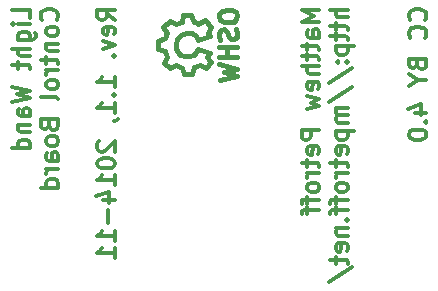
<source format=gbo>
%FSLAX46Y46*%
G04 Gerber Fmt 4.6, Leading zero omitted, Abs format (unit mm)*
G04 Created by KiCad (PCBNEW (2014-08-05 BZR 5054)-product) date Wed 12 Nov 2014 18:29:59 EST*
%MOMM*%
G01*
G04 APERTURE LIST*
%ADD10C,0.100000*%
%ADD11C,0.300000*%
%ADD12C,0.381000*%
G04 APERTURE END LIST*
D10*
D11*
X196623714Y-106624286D02*
X196695143Y-106552857D01*
X196766571Y-106338571D01*
X196766571Y-106195714D01*
X196695143Y-105981429D01*
X196552286Y-105838571D01*
X196409429Y-105767143D01*
X196123714Y-105695714D01*
X195909429Y-105695714D01*
X195623714Y-105767143D01*
X195480857Y-105838571D01*
X195338000Y-105981429D01*
X195266571Y-106195714D01*
X195266571Y-106338571D01*
X195338000Y-106552857D01*
X195409429Y-106624286D01*
X196623714Y-108124286D02*
X196695143Y-108052857D01*
X196766571Y-107838571D01*
X196766571Y-107695714D01*
X196695143Y-107481429D01*
X196552286Y-107338571D01*
X196409429Y-107267143D01*
X196123714Y-107195714D01*
X195909429Y-107195714D01*
X195623714Y-107267143D01*
X195480857Y-107338571D01*
X195338000Y-107481429D01*
X195266571Y-107695714D01*
X195266571Y-107838571D01*
X195338000Y-108052857D01*
X195409429Y-108124286D01*
X195980857Y-110410000D02*
X196052286Y-110624286D01*
X196123714Y-110695714D01*
X196266571Y-110767143D01*
X196480857Y-110767143D01*
X196623714Y-110695714D01*
X196695143Y-110624286D01*
X196766571Y-110481428D01*
X196766571Y-109910000D01*
X195266571Y-109910000D01*
X195266571Y-110410000D01*
X195338000Y-110552857D01*
X195409429Y-110624286D01*
X195552286Y-110695714D01*
X195695143Y-110695714D01*
X195838000Y-110624286D01*
X195909429Y-110552857D01*
X195980857Y-110410000D01*
X195980857Y-109910000D01*
X196052286Y-111695714D02*
X196766571Y-111695714D01*
X195266571Y-111195714D02*
X196052286Y-111695714D01*
X195266571Y-112195714D01*
X195766571Y-114481428D02*
X196766571Y-114481428D01*
X195195143Y-114124285D02*
X196266571Y-113767142D01*
X196266571Y-114695714D01*
X196623714Y-115267142D02*
X196695143Y-115338570D01*
X196766571Y-115267142D01*
X196695143Y-115195713D01*
X196623714Y-115267142D01*
X196766571Y-115267142D01*
X195266571Y-116267142D02*
X195266571Y-116409999D01*
X195338000Y-116552856D01*
X195409429Y-116624285D01*
X195552286Y-116695714D01*
X195838000Y-116767142D01*
X196195143Y-116767142D01*
X196480857Y-116695714D01*
X196623714Y-116624285D01*
X196695143Y-116552856D01*
X196766571Y-116409999D01*
X196766571Y-116267142D01*
X196695143Y-116124285D01*
X196623714Y-116052856D01*
X196480857Y-115981428D01*
X196195143Y-115909999D01*
X195838000Y-115909999D01*
X195552286Y-115981428D01*
X195409429Y-116052856D01*
X195338000Y-116124285D01*
X195266571Y-116267142D01*
X187692571Y-105767143D02*
X186192571Y-105767143D01*
X187264000Y-106267143D01*
X186192571Y-106767143D01*
X187692571Y-106767143D01*
X187692571Y-108124286D02*
X186906857Y-108124286D01*
X186764000Y-108052857D01*
X186692571Y-107910000D01*
X186692571Y-107624286D01*
X186764000Y-107481429D01*
X187621143Y-108124286D02*
X187692571Y-107981429D01*
X187692571Y-107624286D01*
X187621143Y-107481429D01*
X187478286Y-107410000D01*
X187335429Y-107410000D01*
X187192571Y-107481429D01*
X187121143Y-107624286D01*
X187121143Y-107981429D01*
X187049714Y-108124286D01*
X186692571Y-108624286D02*
X186692571Y-109195715D01*
X186192571Y-108838572D02*
X187478286Y-108838572D01*
X187621143Y-108910000D01*
X187692571Y-109052858D01*
X187692571Y-109195715D01*
X186692571Y-109481429D02*
X186692571Y-110052858D01*
X186192571Y-109695715D02*
X187478286Y-109695715D01*
X187621143Y-109767143D01*
X187692571Y-109910001D01*
X187692571Y-110052858D01*
X187692571Y-110552858D02*
X186192571Y-110552858D01*
X187692571Y-111195715D02*
X186906857Y-111195715D01*
X186764000Y-111124286D01*
X186692571Y-110981429D01*
X186692571Y-110767144D01*
X186764000Y-110624286D01*
X186835429Y-110552858D01*
X187621143Y-112481429D02*
X187692571Y-112338572D01*
X187692571Y-112052858D01*
X187621143Y-111910001D01*
X187478286Y-111838572D01*
X186906857Y-111838572D01*
X186764000Y-111910001D01*
X186692571Y-112052858D01*
X186692571Y-112338572D01*
X186764000Y-112481429D01*
X186906857Y-112552858D01*
X187049714Y-112552858D01*
X187192571Y-111838572D01*
X186692571Y-113052858D02*
X187692571Y-113338572D01*
X186978286Y-113624286D01*
X187692571Y-113910001D01*
X186692571Y-114195715D01*
X187692571Y-115910001D02*
X186192571Y-115910001D01*
X186192571Y-116481429D01*
X186264000Y-116624287D01*
X186335429Y-116695715D01*
X186478286Y-116767144D01*
X186692571Y-116767144D01*
X186835429Y-116695715D01*
X186906857Y-116624287D01*
X186978286Y-116481429D01*
X186978286Y-115910001D01*
X187621143Y-117981429D02*
X187692571Y-117838572D01*
X187692571Y-117552858D01*
X187621143Y-117410001D01*
X187478286Y-117338572D01*
X186906857Y-117338572D01*
X186764000Y-117410001D01*
X186692571Y-117552858D01*
X186692571Y-117838572D01*
X186764000Y-117981429D01*
X186906857Y-118052858D01*
X187049714Y-118052858D01*
X187192571Y-117338572D01*
X186692571Y-118481429D02*
X186692571Y-119052858D01*
X186192571Y-118695715D02*
X187478286Y-118695715D01*
X187621143Y-118767143D01*
X187692571Y-118910001D01*
X187692571Y-119052858D01*
X187692571Y-119552858D02*
X186692571Y-119552858D01*
X186978286Y-119552858D02*
X186835429Y-119624286D01*
X186764000Y-119695715D01*
X186692571Y-119838572D01*
X186692571Y-119981429D01*
X187692571Y-120695715D02*
X187621143Y-120552857D01*
X187549714Y-120481429D01*
X187406857Y-120410000D01*
X186978286Y-120410000D01*
X186835429Y-120481429D01*
X186764000Y-120552857D01*
X186692571Y-120695715D01*
X186692571Y-120910000D01*
X186764000Y-121052857D01*
X186835429Y-121124286D01*
X186978286Y-121195715D01*
X187406857Y-121195715D01*
X187549714Y-121124286D01*
X187621143Y-121052857D01*
X187692571Y-120910000D01*
X187692571Y-120695715D01*
X186692571Y-121624286D02*
X186692571Y-122195715D01*
X187692571Y-121838572D02*
X186406857Y-121838572D01*
X186264000Y-121910000D01*
X186192571Y-122052858D01*
X186192571Y-122195715D01*
X186692571Y-122481429D02*
X186692571Y-123052858D01*
X187692571Y-122695715D02*
X186406857Y-122695715D01*
X186264000Y-122767143D01*
X186192571Y-122910001D01*
X186192571Y-123052858D01*
X190092571Y-105767143D02*
X188592571Y-105767143D01*
X190092571Y-106410000D02*
X189306857Y-106410000D01*
X189164000Y-106338571D01*
X189092571Y-106195714D01*
X189092571Y-105981429D01*
X189164000Y-105838571D01*
X189235429Y-105767143D01*
X189092571Y-106910000D02*
X189092571Y-107481429D01*
X188592571Y-107124286D02*
X189878286Y-107124286D01*
X190021143Y-107195714D01*
X190092571Y-107338572D01*
X190092571Y-107481429D01*
X189092571Y-107767143D02*
X189092571Y-108338572D01*
X188592571Y-107981429D02*
X189878286Y-107981429D01*
X190021143Y-108052857D01*
X190092571Y-108195715D01*
X190092571Y-108338572D01*
X189092571Y-108838572D02*
X190592571Y-108838572D01*
X189164000Y-108838572D02*
X189092571Y-108981429D01*
X189092571Y-109267143D01*
X189164000Y-109410000D01*
X189235429Y-109481429D01*
X189378286Y-109552858D01*
X189806857Y-109552858D01*
X189949714Y-109481429D01*
X190021143Y-109410000D01*
X190092571Y-109267143D01*
X190092571Y-108981429D01*
X190021143Y-108838572D01*
X189949714Y-110195715D02*
X190021143Y-110267143D01*
X190092571Y-110195715D01*
X190021143Y-110124286D01*
X189949714Y-110195715D01*
X190092571Y-110195715D01*
X189164000Y-110195715D02*
X189235429Y-110267143D01*
X189306857Y-110195715D01*
X189235429Y-110124286D01*
X189164000Y-110195715D01*
X189306857Y-110195715D01*
X188521143Y-111981429D02*
X190449714Y-110695715D01*
X188521143Y-113552858D02*
X190449714Y-112267144D01*
X190092571Y-114052859D02*
X189092571Y-114052859D01*
X189235429Y-114052859D02*
X189164000Y-114124287D01*
X189092571Y-114267145D01*
X189092571Y-114481430D01*
X189164000Y-114624287D01*
X189306857Y-114695716D01*
X190092571Y-114695716D01*
X189306857Y-114695716D02*
X189164000Y-114767145D01*
X189092571Y-114910002D01*
X189092571Y-115124287D01*
X189164000Y-115267145D01*
X189306857Y-115338573D01*
X190092571Y-115338573D01*
X189092571Y-116052859D02*
X190592571Y-116052859D01*
X189164000Y-116052859D02*
X189092571Y-116195716D01*
X189092571Y-116481430D01*
X189164000Y-116624287D01*
X189235429Y-116695716D01*
X189378286Y-116767145D01*
X189806857Y-116767145D01*
X189949714Y-116695716D01*
X190021143Y-116624287D01*
X190092571Y-116481430D01*
X190092571Y-116195716D01*
X190021143Y-116052859D01*
X190021143Y-117981430D02*
X190092571Y-117838573D01*
X190092571Y-117552859D01*
X190021143Y-117410002D01*
X189878286Y-117338573D01*
X189306857Y-117338573D01*
X189164000Y-117410002D01*
X189092571Y-117552859D01*
X189092571Y-117838573D01*
X189164000Y-117981430D01*
X189306857Y-118052859D01*
X189449714Y-118052859D01*
X189592571Y-117338573D01*
X189092571Y-118481430D02*
X189092571Y-119052859D01*
X188592571Y-118695716D02*
X189878286Y-118695716D01*
X190021143Y-118767144D01*
X190092571Y-118910002D01*
X190092571Y-119052859D01*
X190092571Y-119552859D02*
X189092571Y-119552859D01*
X189378286Y-119552859D02*
X189235429Y-119624287D01*
X189164000Y-119695716D01*
X189092571Y-119838573D01*
X189092571Y-119981430D01*
X190092571Y-120695716D02*
X190021143Y-120552858D01*
X189949714Y-120481430D01*
X189806857Y-120410001D01*
X189378286Y-120410001D01*
X189235429Y-120481430D01*
X189164000Y-120552858D01*
X189092571Y-120695716D01*
X189092571Y-120910001D01*
X189164000Y-121052858D01*
X189235429Y-121124287D01*
X189378286Y-121195716D01*
X189806857Y-121195716D01*
X189949714Y-121124287D01*
X190021143Y-121052858D01*
X190092571Y-120910001D01*
X190092571Y-120695716D01*
X189092571Y-121624287D02*
X189092571Y-122195716D01*
X190092571Y-121838573D02*
X188806857Y-121838573D01*
X188664000Y-121910001D01*
X188592571Y-122052859D01*
X188592571Y-122195716D01*
X189092571Y-122481430D02*
X189092571Y-123052859D01*
X190092571Y-122695716D02*
X188806857Y-122695716D01*
X188664000Y-122767144D01*
X188592571Y-122910002D01*
X188592571Y-123052859D01*
X189949714Y-123552859D02*
X190021143Y-123624287D01*
X190092571Y-123552859D01*
X190021143Y-123481430D01*
X189949714Y-123552859D01*
X190092571Y-123552859D01*
X189092571Y-124267145D02*
X190092571Y-124267145D01*
X189235429Y-124267145D02*
X189164000Y-124338573D01*
X189092571Y-124481431D01*
X189092571Y-124695716D01*
X189164000Y-124838573D01*
X189306857Y-124910002D01*
X190092571Y-124910002D01*
X190021143Y-126195716D02*
X190092571Y-126052859D01*
X190092571Y-125767145D01*
X190021143Y-125624288D01*
X189878286Y-125552859D01*
X189306857Y-125552859D01*
X189164000Y-125624288D01*
X189092571Y-125767145D01*
X189092571Y-126052859D01*
X189164000Y-126195716D01*
X189306857Y-126267145D01*
X189449714Y-126267145D01*
X189592571Y-125552859D01*
X189092571Y-126695716D02*
X189092571Y-127267145D01*
X188592571Y-126910002D02*
X189878286Y-126910002D01*
X190021143Y-126981430D01*
X190092571Y-127124288D01*
X190092571Y-127267145D01*
X188521143Y-128838573D02*
X190449714Y-127552859D01*
X163194571Y-106481429D02*
X163194571Y-105767143D01*
X161694571Y-105767143D01*
X163194571Y-106981429D02*
X162194571Y-106981429D01*
X161694571Y-106981429D02*
X161766000Y-106910000D01*
X161837429Y-106981429D01*
X161766000Y-107052857D01*
X161694571Y-106981429D01*
X161837429Y-106981429D01*
X162194571Y-108338572D02*
X163408857Y-108338572D01*
X163551714Y-108267143D01*
X163623143Y-108195715D01*
X163694571Y-108052858D01*
X163694571Y-107838572D01*
X163623143Y-107695715D01*
X163123143Y-108338572D02*
X163194571Y-108195715D01*
X163194571Y-107910001D01*
X163123143Y-107767143D01*
X163051714Y-107695715D01*
X162908857Y-107624286D01*
X162480286Y-107624286D01*
X162337429Y-107695715D01*
X162266000Y-107767143D01*
X162194571Y-107910001D01*
X162194571Y-108195715D01*
X162266000Y-108338572D01*
X163194571Y-109052858D02*
X161694571Y-109052858D01*
X163194571Y-109695715D02*
X162408857Y-109695715D01*
X162266000Y-109624286D01*
X162194571Y-109481429D01*
X162194571Y-109267144D01*
X162266000Y-109124286D01*
X162337429Y-109052858D01*
X162194571Y-110195715D02*
X162194571Y-110767144D01*
X161694571Y-110410001D02*
X162980286Y-110410001D01*
X163123143Y-110481429D01*
X163194571Y-110624287D01*
X163194571Y-110767144D01*
X161694571Y-112267144D02*
X163194571Y-112624287D01*
X162123143Y-112910001D01*
X163194571Y-113195715D01*
X161694571Y-113552858D01*
X163194571Y-114767144D02*
X162408857Y-114767144D01*
X162266000Y-114695715D01*
X162194571Y-114552858D01*
X162194571Y-114267144D01*
X162266000Y-114124287D01*
X163123143Y-114767144D02*
X163194571Y-114624287D01*
X163194571Y-114267144D01*
X163123143Y-114124287D01*
X162980286Y-114052858D01*
X162837429Y-114052858D01*
X162694571Y-114124287D01*
X162623143Y-114267144D01*
X162623143Y-114624287D01*
X162551714Y-114767144D01*
X162194571Y-115481430D02*
X163194571Y-115481430D01*
X162337429Y-115481430D02*
X162266000Y-115552858D01*
X162194571Y-115695716D01*
X162194571Y-115910001D01*
X162266000Y-116052858D01*
X162408857Y-116124287D01*
X163194571Y-116124287D01*
X163194571Y-117481430D02*
X161694571Y-117481430D01*
X163123143Y-117481430D02*
X163194571Y-117338573D01*
X163194571Y-117052859D01*
X163123143Y-116910001D01*
X163051714Y-116838573D01*
X162908857Y-116767144D01*
X162480286Y-116767144D01*
X162337429Y-116838573D01*
X162266000Y-116910001D01*
X162194571Y-117052859D01*
X162194571Y-117338573D01*
X162266000Y-117481430D01*
X165451714Y-106624286D02*
X165523143Y-106552857D01*
X165594571Y-106338571D01*
X165594571Y-106195714D01*
X165523143Y-105981429D01*
X165380286Y-105838571D01*
X165237429Y-105767143D01*
X164951714Y-105695714D01*
X164737429Y-105695714D01*
X164451714Y-105767143D01*
X164308857Y-105838571D01*
X164166000Y-105981429D01*
X164094571Y-106195714D01*
X164094571Y-106338571D01*
X164166000Y-106552857D01*
X164237429Y-106624286D01*
X165594571Y-107481429D02*
X165523143Y-107338571D01*
X165451714Y-107267143D01*
X165308857Y-107195714D01*
X164880286Y-107195714D01*
X164737429Y-107267143D01*
X164666000Y-107338571D01*
X164594571Y-107481429D01*
X164594571Y-107695714D01*
X164666000Y-107838571D01*
X164737429Y-107910000D01*
X164880286Y-107981429D01*
X165308857Y-107981429D01*
X165451714Y-107910000D01*
X165523143Y-107838571D01*
X165594571Y-107695714D01*
X165594571Y-107481429D01*
X164594571Y-108624286D02*
X165594571Y-108624286D01*
X164737429Y-108624286D02*
X164666000Y-108695714D01*
X164594571Y-108838572D01*
X164594571Y-109052857D01*
X164666000Y-109195714D01*
X164808857Y-109267143D01*
X165594571Y-109267143D01*
X164594571Y-109767143D02*
X164594571Y-110338572D01*
X164094571Y-109981429D02*
X165380286Y-109981429D01*
X165523143Y-110052857D01*
X165594571Y-110195715D01*
X165594571Y-110338572D01*
X165594571Y-110838572D02*
X164594571Y-110838572D01*
X164880286Y-110838572D02*
X164737429Y-110910000D01*
X164666000Y-110981429D01*
X164594571Y-111124286D01*
X164594571Y-111267143D01*
X165594571Y-111981429D02*
X165523143Y-111838571D01*
X165451714Y-111767143D01*
X165308857Y-111695714D01*
X164880286Y-111695714D01*
X164737429Y-111767143D01*
X164666000Y-111838571D01*
X164594571Y-111981429D01*
X164594571Y-112195714D01*
X164666000Y-112338571D01*
X164737429Y-112410000D01*
X164880286Y-112481429D01*
X165308857Y-112481429D01*
X165451714Y-112410000D01*
X165523143Y-112338571D01*
X165594571Y-112195714D01*
X165594571Y-111981429D01*
X165594571Y-113338572D02*
X165523143Y-113195714D01*
X165380286Y-113124286D01*
X164094571Y-113124286D01*
X164808857Y-115552857D02*
X164880286Y-115767143D01*
X164951714Y-115838571D01*
X165094571Y-115910000D01*
X165308857Y-115910000D01*
X165451714Y-115838571D01*
X165523143Y-115767143D01*
X165594571Y-115624285D01*
X165594571Y-115052857D01*
X164094571Y-115052857D01*
X164094571Y-115552857D01*
X164166000Y-115695714D01*
X164237429Y-115767143D01*
X164380286Y-115838571D01*
X164523143Y-115838571D01*
X164666000Y-115767143D01*
X164737429Y-115695714D01*
X164808857Y-115552857D01*
X164808857Y-115052857D01*
X165594571Y-116767143D02*
X165523143Y-116624285D01*
X165451714Y-116552857D01*
X165308857Y-116481428D01*
X164880286Y-116481428D01*
X164737429Y-116552857D01*
X164666000Y-116624285D01*
X164594571Y-116767143D01*
X164594571Y-116981428D01*
X164666000Y-117124285D01*
X164737429Y-117195714D01*
X164880286Y-117267143D01*
X165308857Y-117267143D01*
X165451714Y-117195714D01*
X165523143Y-117124285D01*
X165594571Y-116981428D01*
X165594571Y-116767143D01*
X165594571Y-118552857D02*
X164808857Y-118552857D01*
X164666000Y-118481428D01*
X164594571Y-118338571D01*
X164594571Y-118052857D01*
X164666000Y-117910000D01*
X165523143Y-118552857D02*
X165594571Y-118410000D01*
X165594571Y-118052857D01*
X165523143Y-117910000D01*
X165380286Y-117838571D01*
X165237429Y-117838571D01*
X165094571Y-117910000D01*
X165023143Y-118052857D01*
X165023143Y-118410000D01*
X164951714Y-118552857D01*
X165594571Y-119267143D02*
X164594571Y-119267143D01*
X164880286Y-119267143D02*
X164737429Y-119338571D01*
X164666000Y-119410000D01*
X164594571Y-119552857D01*
X164594571Y-119695714D01*
X165594571Y-120838571D02*
X164094571Y-120838571D01*
X165523143Y-120838571D02*
X165594571Y-120695714D01*
X165594571Y-120410000D01*
X165523143Y-120267142D01*
X165451714Y-120195714D01*
X165308857Y-120124285D01*
X164880286Y-120124285D01*
X164737429Y-120195714D01*
X164666000Y-120267142D01*
X164594571Y-120410000D01*
X164594571Y-120695714D01*
X164666000Y-120838571D01*
X170394571Y-106624286D02*
X169680286Y-106124286D01*
X170394571Y-105767143D02*
X168894571Y-105767143D01*
X168894571Y-106338571D01*
X168966000Y-106481429D01*
X169037429Y-106552857D01*
X169180286Y-106624286D01*
X169394571Y-106624286D01*
X169537429Y-106552857D01*
X169608857Y-106481429D01*
X169680286Y-106338571D01*
X169680286Y-105767143D01*
X170323143Y-107838571D02*
X170394571Y-107695714D01*
X170394571Y-107410000D01*
X170323143Y-107267143D01*
X170180286Y-107195714D01*
X169608857Y-107195714D01*
X169466000Y-107267143D01*
X169394571Y-107410000D01*
X169394571Y-107695714D01*
X169466000Y-107838571D01*
X169608857Y-107910000D01*
X169751714Y-107910000D01*
X169894571Y-107195714D01*
X169394571Y-108410000D02*
X170394571Y-108767143D01*
X169394571Y-109124285D01*
X170251714Y-109695714D02*
X170323143Y-109767142D01*
X170394571Y-109695714D01*
X170323143Y-109624285D01*
X170251714Y-109695714D01*
X170394571Y-109695714D01*
X170394571Y-112338571D02*
X170394571Y-111481428D01*
X170394571Y-111910000D02*
X168894571Y-111910000D01*
X169108857Y-111767143D01*
X169251714Y-111624285D01*
X169323143Y-111481428D01*
X170251714Y-112981428D02*
X170323143Y-113052856D01*
X170394571Y-112981428D01*
X170323143Y-112909999D01*
X170251714Y-112981428D01*
X170394571Y-112981428D01*
X170394571Y-114481428D02*
X170394571Y-113624285D01*
X170394571Y-114052857D02*
X168894571Y-114052857D01*
X169108857Y-113910000D01*
X169251714Y-113767142D01*
X169323143Y-113624285D01*
X170323143Y-115195713D02*
X170394571Y-115195713D01*
X170537429Y-115124285D01*
X170608857Y-115052856D01*
X169037429Y-116909999D02*
X168966000Y-116981428D01*
X168894571Y-117124285D01*
X168894571Y-117481428D01*
X168966000Y-117624285D01*
X169037429Y-117695714D01*
X169180286Y-117767142D01*
X169323143Y-117767142D01*
X169537429Y-117695714D01*
X170394571Y-116838571D01*
X170394571Y-117767142D01*
X168894571Y-118695713D02*
X168894571Y-118838570D01*
X168966000Y-118981427D01*
X169037429Y-119052856D01*
X169180286Y-119124285D01*
X169466000Y-119195713D01*
X169823143Y-119195713D01*
X170108857Y-119124285D01*
X170251714Y-119052856D01*
X170323143Y-118981427D01*
X170394571Y-118838570D01*
X170394571Y-118695713D01*
X170323143Y-118552856D01*
X170251714Y-118481427D01*
X170108857Y-118409999D01*
X169823143Y-118338570D01*
X169466000Y-118338570D01*
X169180286Y-118409999D01*
X169037429Y-118481427D01*
X168966000Y-118552856D01*
X168894571Y-118695713D01*
X170394571Y-120624284D02*
X170394571Y-119767141D01*
X170394571Y-120195713D02*
X168894571Y-120195713D01*
X169108857Y-120052856D01*
X169251714Y-119909998D01*
X169323143Y-119767141D01*
X169394571Y-121909998D02*
X170394571Y-121909998D01*
X168823143Y-121552855D02*
X169894571Y-121195712D01*
X169894571Y-122124284D01*
X169823143Y-122695712D02*
X169823143Y-123838569D01*
X170394571Y-125338569D02*
X170394571Y-124481426D01*
X170394571Y-124909998D02*
X168894571Y-124909998D01*
X169108857Y-124767141D01*
X169251714Y-124624283D01*
X169323143Y-124481426D01*
X170394571Y-126767140D02*
X170394571Y-125909997D01*
X170394571Y-126338569D02*
X168894571Y-126338569D01*
X169108857Y-126195712D01*
X169251714Y-126052854D01*
X169323143Y-125909997D01*
D12*
X179219860Y-110380780D02*
X180690520Y-110741460D01*
X180690520Y-110741460D02*
X179628800Y-111020860D01*
X179628800Y-111020860D02*
X180700680Y-111330740D01*
X180700680Y-111330740D02*
X179250340Y-111671100D01*
X179910740Y-108960920D02*
X179900580Y-109750860D01*
X179900580Y-109750860D02*
X179910740Y-109761020D01*
X179910740Y-109761020D02*
X179900580Y-109761020D01*
X179189380Y-109801660D02*
X180731160Y-109801660D01*
X179179220Y-108912660D02*
X180748940Y-108912660D01*
X180748940Y-108912660D02*
X180738780Y-108922820D01*
X179280820Y-108361480D02*
X179199540Y-108010960D01*
X179199540Y-108010960D02*
X179189380Y-107690920D01*
X179189380Y-107690920D02*
X179390040Y-107452160D01*
X179390040Y-107452160D02*
X179659280Y-107421680D01*
X179659280Y-107421680D02*
X179900580Y-107662980D01*
X179900580Y-107662980D02*
X180030120Y-108051600D01*
X180030120Y-108051600D02*
X180190140Y-108231940D01*
X180190140Y-108231940D02*
X180489860Y-108272580D01*
X180489860Y-108272580D02*
X180710840Y-108041440D01*
X180710840Y-108041440D02*
X180738780Y-107721400D01*
X180738780Y-107721400D02*
X180629560Y-107370880D01*
X179179220Y-106332020D02*
X179199540Y-106083100D01*
X179199540Y-106083100D02*
X179440840Y-105841800D01*
X179440840Y-105841800D02*
X179931060Y-105752900D01*
X179931060Y-105752900D02*
X180279040Y-105780840D01*
X180279040Y-105780840D02*
X180599080Y-105981500D01*
X180599080Y-105981500D02*
X180721000Y-106232960D01*
X180721000Y-106232960D02*
X180649880Y-106542840D01*
X180649880Y-106542840D02*
X180469540Y-106761280D01*
X180469540Y-106761280D02*
X180009800Y-106832400D01*
X180009800Y-106832400D02*
X179600860Y-106781600D01*
X179600860Y-106781600D02*
X179318920Y-106672380D01*
X179318920Y-106672380D02*
X179189380Y-106311700D01*
X177459640Y-106931460D02*
X178020980Y-106672380D01*
X178020980Y-106672380D02*
X178539140Y-107210860D01*
X178539140Y-107210860D02*
X178269900Y-107731560D01*
X178269900Y-107731560D02*
X178429920Y-108010960D01*
X178409600Y-109451140D02*
X178219100Y-109781340D01*
X178219100Y-109781340D02*
X178549300Y-110220760D01*
X178549300Y-110220760D02*
X178059080Y-110693200D01*
X178059080Y-110693200D02*
X177579020Y-110411260D01*
X177579020Y-110411260D02*
X177109120Y-110601760D01*
X177109120Y-110601760D02*
X176921160Y-111211360D01*
X176921160Y-111211360D02*
X176240440Y-111211360D01*
X176240440Y-111211360D02*
X176100740Y-110652560D01*
X176100740Y-110652560D02*
X175529240Y-110451900D01*
X175529240Y-110451900D02*
X175059340Y-110721140D01*
X175059340Y-110721140D02*
X174548800Y-110251240D01*
X174548800Y-110251240D02*
X174810420Y-109733080D01*
X174810420Y-109733080D02*
X174609760Y-109263180D01*
X174609760Y-109263180D02*
X174068740Y-109093000D01*
X174068740Y-109093000D02*
X174050960Y-108402120D01*
X174050960Y-108402120D02*
X174599600Y-108191300D01*
X174599600Y-108191300D02*
X174769780Y-107772200D01*
X174769780Y-107772200D02*
X174500540Y-107221020D01*
X174500540Y-107221020D02*
X175028860Y-106702860D01*
X175028860Y-106702860D02*
X175569880Y-106951780D01*
X175569880Y-106951780D02*
X176049940Y-106781600D01*
X176049940Y-106781600D02*
X176149000Y-106232960D01*
X176149000Y-106232960D02*
X176850040Y-106222800D01*
X176850040Y-106222800D02*
X177050700Y-106781600D01*
X177050700Y-106781600D02*
X177449480Y-106921300D01*
X177429160Y-109062520D02*
X177279300Y-109362240D01*
X177279300Y-109362240D02*
X177081180Y-109562900D01*
X177081180Y-109562900D02*
X176679860Y-109712760D01*
X176679860Y-109712760D02*
X176281080Y-109712760D01*
X176281080Y-109712760D02*
X175930560Y-109562900D01*
X175930560Y-109562900D02*
X175580040Y-109110780D01*
X175580040Y-109110780D02*
X175529240Y-108661200D01*
X175529240Y-108661200D02*
X175630840Y-108262420D01*
X175630840Y-108262420D02*
X175978820Y-107861100D01*
X175978820Y-107861100D02*
X176430940Y-107711240D01*
X176430940Y-107711240D02*
X176928780Y-107762040D01*
X176928780Y-107762040D02*
X177231040Y-108010960D01*
X177231040Y-108010960D02*
X177429160Y-108361480D01*
X177429160Y-108361480D02*
X178429920Y-108010960D01*
X177429160Y-109062520D02*
X178429920Y-109461300D01*
M02*

</source>
